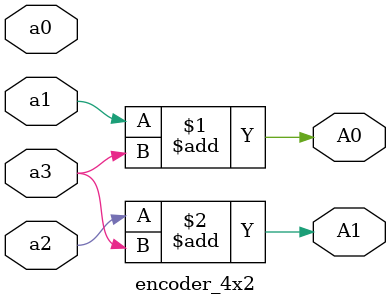
<source format=v>
`timescale 1ns / 1ps
module encoder_4x2 (
  input a0, a1, a2, a3,
  output A0, A1
);
  assign A0 = a1 + a3;
  assign A1 = a2 + a3;
endmodule

</source>
